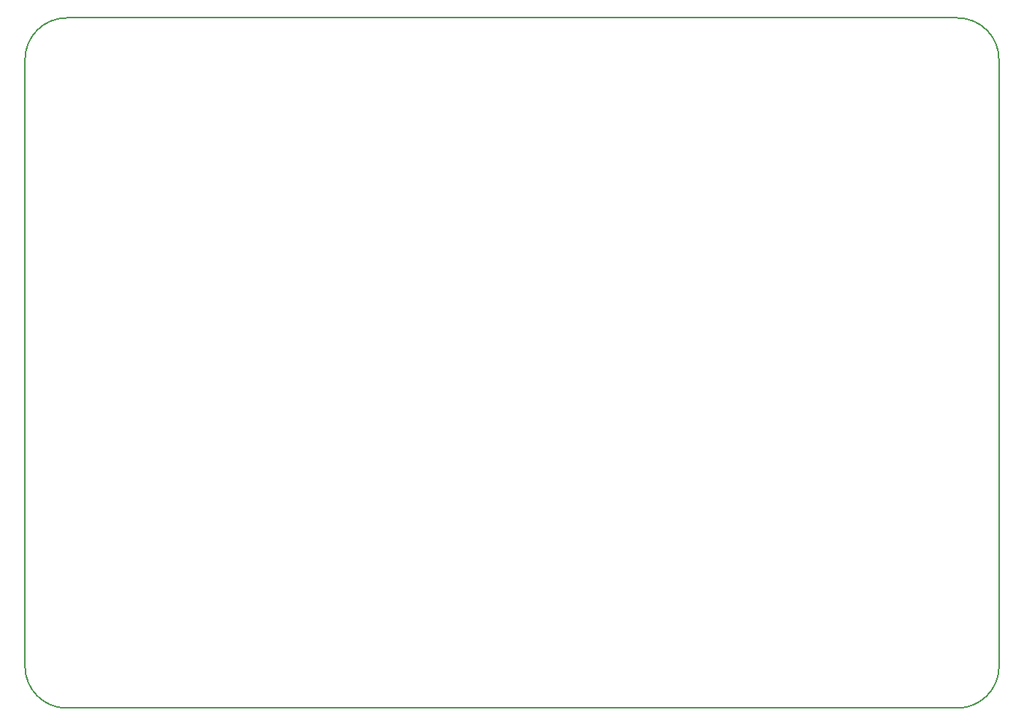
<source format=gbr>
G04 #@! TF.GenerationSoftware,KiCad,Pcbnew,(5.1.2)-1*
G04 #@! TF.CreationDate,2019-10-20T14:10:17-05:00*
G04 #@! TF.ProjectId,MotorController_Hardware,4d6f746f-7243-46f6-9e74-726f6c6c6572,rev?*
G04 #@! TF.SameCoordinates,Original*
G04 #@! TF.FileFunction,Profile,NP*
%FSLAX46Y46*%
G04 Gerber Fmt 4.6, Leading zero omitted, Abs format (unit mm)*
G04 Created by KiCad (PCBNEW (5.1.2)-1) date 2019-10-20 14:10:17*
%MOMM*%
%LPD*%
G04 APERTURE LIST*
%ADD10C,0.150000*%
G04 APERTURE END LIST*
D10*
X197102330Y-130047956D02*
G75*
G02X192278000Y-134747000I-4824330J126956D01*
G01*
X197102330Y-59689999D02*
X197104000Y-130048000D01*
X84201000Y-129921000D02*
X84201000Y-59563000D01*
X192278000Y-134747000D02*
X89027000Y-134747000D01*
X84201000Y-59563000D02*
G75*
G02X89027000Y-54737000I4826000J0D01*
G01*
X89027000Y-134747000D02*
G75*
G02X84201000Y-129921000I0J4826000D01*
G01*
X192278000Y-54736999D02*
G75*
G02X197102330Y-59689999I0J-4826001D01*
G01*
X89027000Y-54737000D02*
X192278000Y-54737000D01*
M02*

</source>
